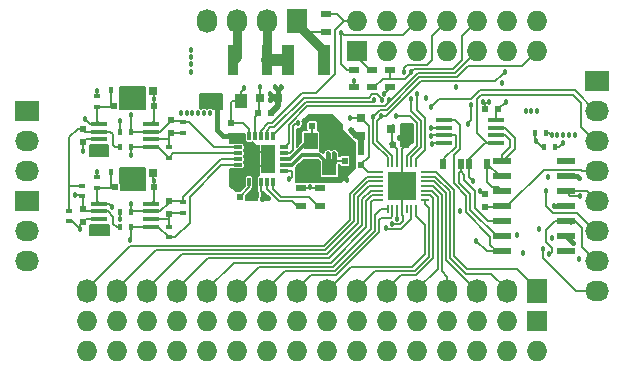
<source format=gtl>
G04 #@! TF.FileFunction,Copper,L1,Top,Signal*
%FSLAX46Y46*%
G04 Gerber Fmt 4.6, Leading zero omitted, Abs format (unit mm)*
G04 Created by KiCad (PCBNEW 4.0.1-stable) date Tuesday, February 09, 2016 'PMt' 10:51:17 PM*
%MOMM*%
G01*
G04 APERTURE LIST*
%ADD10C,0.100000*%
%ADD11R,0.500000X0.900000*%
%ADD12R,0.500000X0.600000*%
%ADD13R,1.727200X1.727200*%
%ADD14O,1.727200X1.727200*%
%ADD15R,1.727200X2.032000*%
%ADD16O,1.727200X2.032000*%
%ADD17R,1.450000X0.450000*%
%ADD18R,0.800000X0.200000*%
%ADD19R,0.200000X0.800000*%
%ADD20R,1.200000X1.200000*%
%ADD21R,0.730000X0.300000*%
%ADD22R,0.300000X0.730000*%
%ADD23R,1.250000X1.250000*%
%ADD24R,0.600000X0.500000*%
%ADD25R,1.200000X1.400000*%
%ADD26R,0.800000X0.750000*%
%ADD27R,0.750000X0.800000*%
%ADD28R,0.900000X2.500000*%
%ADD29R,0.900000X0.500000*%
%ADD30R,1.000000X2.500000*%
%ADD31R,1.000000X1.250000*%
%ADD32R,0.600000X0.400000*%
%ADD33R,0.400000X0.600000*%
%ADD34R,2.032000X1.727200*%
%ADD35O,2.032000X1.727200*%
%ADD36R,1.500000X0.600000*%
%ADD37C,0.457200*%
%ADD38C,0.200000*%
%ADD39C,0.508000*%
%ADD40C,0.457200*%
%ADD41C,0.762000*%
%ADD42C,1.016000*%
%ADD43C,0.304800*%
%ADD44C,0.127000*%
G04 APERTURE END LIST*
D10*
D11*
X206900000Y-83200000D03*
X205400000Y-83200000D03*
D12*
X197100000Y-82950000D03*
X197100000Y-81850000D03*
D13*
X213360000Y-96520000D03*
D14*
X213360000Y-99060000D03*
X210820000Y-96520000D03*
X210820000Y-99060000D03*
X208280000Y-96520000D03*
X208280000Y-99060000D03*
X205740000Y-96520000D03*
X205740000Y-99060000D03*
X203200000Y-96520000D03*
X203200000Y-99060000D03*
X200660000Y-96520000D03*
X200660000Y-99060000D03*
X198120000Y-96520000D03*
X198120000Y-99060000D03*
X195580000Y-96520000D03*
X195580000Y-99060000D03*
X193040000Y-96520000D03*
X193040000Y-99060000D03*
X190500000Y-96520000D03*
X190500000Y-99060000D03*
X187960000Y-96520000D03*
X187960000Y-99060000D03*
X185420000Y-96520000D03*
X185420000Y-99060000D03*
X182880000Y-96520000D03*
X182880000Y-99060000D03*
X180340000Y-96520000D03*
X180340000Y-99060000D03*
X177800000Y-96520000D03*
X177800000Y-99060000D03*
X175260000Y-96520000D03*
X175260000Y-99060000D03*
D15*
X213360000Y-93980000D03*
D16*
X210820000Y-93980000D03*
X208280000Y-93980000D03*
X205740000Y-93980000D03*
X203200000Y-93980000D03*
X200660000Y-93980000D03*
X198120000Y-93980000D03*
X195580000Y-93980000D03*
X193040000Y-93980000D03*
X190500000Y-93980000D03*
X187960000Y-93980000D03*
X185420000Y-93980000D03*
X182880000Y-93980000D03*
X180340000Y-93980000D03*
X177800000Y-93980000D03*
X175260000Y-93980000D03*
D15*
X193040000Y-71120000D03*
D16*
X190500000Y-71120000D03*
X187960000Y-71120000D03*
X185420000Y-71120000D03*
D13*
X198120000Y-73660000D03*
D14*
X198120000Y-71120000D03*
X200660000Y-73660000D03*
X200660000Y-71120000D03*
X203200000Y-73660000D03*
X203200000Y-71120000D03*
X205740000Y-73660000D03*
X205740000Y-71120000D03*
X208280000Y-73660000D03*
X208280000Y-71120000D03*
X210820000Y-73660000D03*
X210820000Y-71120000D03*
X213360000Y-73660000D03*
X213360000Y-71120000D03*
D17*
X176319102Y-79829258D03*
X176319102Y-80479258D03*
X176319102Y-81129258D03*
X176319102Y-81779258D03*
X180719102Y-81779258D03*
X180719102Y-81129258D03*
X180719102Y-80479258D03*
X180719102Y-79829258D03*
X176319102Y-86594258D03*
X176319102Y-87244258D03*
X176319102Y-87894258D03*
X176319102Y-88544258D03*
X180719102Y-88544258D03*
X180719102Y-87894258D03*
X180719102Y-87244258D03*
X180719102Y-86594258D03*
D18*
X199980000Y-83890000D03*
X199980000Y-84290000D03*
X199980000Y-84690000D03*
X199980000Y-85090000D03*
X199980000Y-85490000D03*
X199980000Y-85890000D03*
X199980000Y-86290000D03*
D19*
X200730000Y-87040000D03*
X201130000Y-87040000D03*
X201530000Y-87040000D03*
X201930000Y-87040000D03*
X202330000Y-87040000D03*
X202730000Y-87040000D03*
X203130000Y-87040000D03*
D18*
X203880000Y-86290000D03*
X203880000Y-85890000D03*
X203880000Y-85490000D03*
X203880000Y-85090000D03*
X203880000Y-84690000D03*
X203880000Y-84290000D03*
X203880000Y-83890000D03*
D19*
X203130000Y-83140000D03*
X202730000Y-83140000D03*
X202330000Y-83140000D03*
X201930000Y-83140000D03*
X201530000Y-83140000D03*
X201130000Y-83140000D03*
X200730000Y-83140000D03*
D20*
X202530000Y-85690000D03*
X202530000Y-84490000D03*
X201330000Y-85690000D03*
X201330000Y-84490000D03*
D21*
X188027000Y-81804000D03*
X188027000Y-82304000D03*
X188027000Y-82804000D03*
X188027000Y-83304000D03*
X188027000Y-83804000D03*
D22*
X188992000Y-84769000D03*
X189492000Y-84769000D03*
X189992000Y-84769000D03*
X190492000Y-84769000D03*
X190992000Y-84769000D03*
D21*
X191957000Y-83804000D03*
X191957000Y-83304000D03*
X191957000Y-82804000D03*
X191957000Y-82304000D03*
X191957000Y-81804000D03*
D22*
X190992000Y-80839000D03*
X190492000Y-80839000D03*
X189992000Y-80839000D03*
X189492000Y-80839000D03*
X188992000Y-80839000D03*
D23*
X190617000Y-83429000D03*
X190617000Y-82179000D03*
X189367000Y-83429000D03*
X189367000Y-82179000D03*
D24*
X180969102Y-78329258D03*
X179869102Y-78329258D03*
X180969102Y-85194258D03*
X179869102Y-85194258D03*
X177519102Y-78329258D03*
X178619102Y-78329258D03*
X177619102Y-85194258D03*
X178719102Y-85194258D03*
X189750000Y-78900000D03*
X190850000Y-78900000D03*
D12*
X187500000Y-79750000D03*
X187500000Y-80850000D03*
X198500000Y-83300000D03*
X198500000Y-82200000D03*
D24*
X201150000Y-81600000D03*
X202250000Y-81600000D03*
X188200000Y-86000000D03*
X189300000Y-86000000D03*
D25*
X195800000Y-83500000D03*
X195800000Y-81300000D03*
X194200000Y-83500000D03*
X194200000Y-81300000D03*
D26*
X180869102Y-77029258D03*
X179369102Y-77029258D03*
X180869102Y-83994258D03*
X179369102Y-83994258D03*
X189950000Y-77600000D03*
X191450000Y-77600000D03*
D27*
X198500000Y-79350000D03*
X198500000Y-80850000D03*
D26*
X201000000Y-80250000D03*
X202500000Y-80250000D03*
D24*
X194350000Y-80000000D03*
X195450000Y-80000000D03*
D28*
X187653000Y-74422000D03*
X190553000Y-74422000D03*
D29*
X200900000Y-76750000D03*
X200900000Y-75250000D03*
X195000000Y-85250000D03*
X195000000Y-86750000D03*
X193400000Y-85250000D03*
X193400000Y-86750000D03*
X199400000Y-76750000D03*
X199400000Y-75250000D03*
X197900000Y-76750000D03*
X197900000Y-75250000D03*
D30*
X195302000Y-74422000D03*
X192302000Y-74422000D03*
D31*
X188300000Y-77900000D03*
X186300000Y-77900000D03*
D12*
X182384102Y-80579258D03*
X182384102Y-79479258D03*
X182219102Y-87444258D03*
X182219102Y-86344258D03*
D32*
X176119102Y-77479258D03*
X176119102Y-78379258D03*
X176119102Y-84344258D03*
X176119102Y-85244258D03*
X182219102Y-81779258D03*
X182219102Y-82679258D03*
X183419102Y-80579258D03*
X183419102Y-79679258D03*
X182219102Y-88544258D03*
X182219102Y-89444258D03*
X183419102Y-87344258D03*
X183419102Y-86444258D03*
X173784102Y-87179258D03*
X173784102Y-88079258D03*
D33*
X178069102Y-80529258D03*
X178969102Y-80529258D03*
X178069102Y-87294258D03*
X178969102Y-87294258D03*
D32*
X174884102Y-85079258D03*
X174884102Y-85979258D03*
D33*
X177269102Y-76929258D03*
X178169102Y-76929258D03*
X177269102Y-83894258D03*
X178169102Y-83894258D03*
X178069102Y-81829258D03*
X178969102Y-81829258D03*
X178069102Y-88594258D03*
X178969102Y-88594258D03*
D34*
X170180000Y-78740000D03*
D35*
X170180000Y-81280000D03*
X170180000Y-83820000D03*
D34*
X170180000Y-86360000D03*
D35*
X170180000Y-88900000D03*
X170180000Y-91440000D03*
D29*
X195500000Y-70550000D03*
X195500000Y-72050000D03*
D12*
X174919102Y-81379258D03*
X174919102Y-80279258D03*
X174919102Y-88144258D03*
X174919102Y-87044258D03*
X209000000Y-86850000D03*
X209000000Y-85750000D03*
D11*
X209150000Y-83200000D03*
X207650000Y-83200000D03*
D33*
X214000000Y-81800000D03*
X214900000Y-81800000D03*
X214100000Y-80600000D03*
X213200000Y-80600000D03*
D17*
X205500000Y-79500000D03*
X205500000Y-80150000D03*
X205500000Y-80800000D03*
X205500000Y-81450000D03*
X209900000Y-81450000D03*
X209900000Y-80800000D03*
X209900000Y-80150000D03*
X209900000Y-79500000D03*
D36*
X215800000Y-90610000D03*
X215800000Y-89340000D03*
X215800000Y-88070000D03*
X215800000Y-86800000D03*
X215800000Y-85530000D03*
X215800000Y-84260000D03*
X215800000Y-82990000D03*
X210400000Y-82990000D03*
X210400000Y-84260000D03*
X210400000Y-85530000D03*
X210400000Y-86800000D03*
X210400000Y-88070000D03*
X210400000Y-89340000D03*
X210400000Y-90610000D03*
D34*
X218440000Y-76200000D03*
D35*
X218440000Y-78740000D03*
X218440000Y-81280000D03*
X218440000Y-83820000D03*
X218440000Y-86360000D03*
X218440000Y-88900000D03*
X218440000Y-91440000D03*
X218440000Y-93980000D03*
D24*
X210050000Y-78600000D03*
X208950000Y-78600000D03*
D37*
X214323770Y-84336508D03*
X211689924Y-89208449D03*
X183200000Y-78900000D03*
X183700000Y-78900000D03*
X184200000Y-78900000D03*
X185700000Y-78900000D03*
X185200000Y-78900000D03*
X184700000Y-78900000D03*
X176084102Y-77029258D03*
X180969102Y-77729258D03*
X176084102Y-83929258D03*
X180969102Y-84629258D03*
X210789730Y-77941000D03*
X201190245Y-80133945D03*
X214604623Y-89497147D03*
X215600000Y-81409603D03*
X210400000Y-76400000D03*
X188600000Y-76800000D03*
X174265112Y-85878990D03*
X179591421Y-84629720D03*
X179102578Y-84629716D03*
X178602750Y-84613240D03*
X208580457Y-85506477D03*
X201084309Y-88267230D03*
X184100000Y-75400000D03*
X184100000Y-74800000D03*
X184100000Y-74200000D03*
X184100000Y-73600000D03*
X178684102Y-77729258D03*
X179684102Y-77729258D03*
X179184102Y-77729258D03*
X175784102Y-82329258D03*
X176784102Y-82329258D03*
X176284102Y-82329258D03*
X175884102Y-89029258D03*
X176884102Y-89029258D03*
X176384102Y-89029258D03*
X188341000Y-81026000D03*
X188214000Y-84709000D03*
X187960000Y-84328000D03*
X188468000Y-84328000D03*
X185100000Y-77900000D03*
X185500000Y-78200000D03*
X185474594Y-77601626D03*
X209300000Y-77941000D03*
X208800000Y-77941000D03*
X204500000Y-81500000D03*
X212224845Y-90761475D03*
X213530763Y-88756007D03*
X216400000Y-89900000D03*
X216900084Y-91299804D03*
X215100000Y-80800000D03*
X215600000Y-80800000D03*
X216100000Y-80800000D03*
X216600000Y-80800000D03*
X214600000Y-80800000D03*
X216900000Y-84400000D03*
X214835893Y-86812109D03*
X201700000Y-81000000D03*
X202200000Y-81000000D03*
X202700000Y-81000000D03*
X179000000Y-79100000D03*
X179000000Y-86600000D03*
X197500000Y-79300000D03*
X197900000Y-76200000D03*
X200459511Y-77266883D03*
X204000000Y-77600000D03*
X189900000Y-76700000D03*
X197612000Y-80391000D03*
X194183000Y-85217000D03*
X206500000Y-76723494D03*
X196637979Y-81316579D03*
X196634483Y-84531914D03*
X197293354Y-84593023D03*
X196646116Y-81281018D03*
X190731002Y-77300000D03*
X190731002Y-77800000D03*
X191700000Y-76700000D03*
X191200000Y-76700000D03*
X190100000Y-86200000D03*
X190589684Y-86110316D03*
X190207091Y-85727724D03*
X212900000Y-78700000D03*
X213368990Y-78700000D03*
X212400000Y-78700000D03*
X193701658Y-79595638D03*
X193363644Y-83363645D03*
X193182599Y-81363601D03*
X193200000Y-83800000D03*
X193300000Y-84300000D03*
X193700000Y-84600000D03*
X194200000Y-84600000D03*
X194700000Y-84600000D03*
X195200000Y-84600000D03*
X195700000Y-84581002D03*
X196200000Y-84581002D03*
X197100000Y-83631002D03*
X197600000Y-83600000D03*
X197731002Y-83100000D03*
X197723604Y-82575280D03*
X197700000Y-82100000D03*
X197600000Y-81600000D03*
X193218998Y-80900000D03*
X193259221Y-80429611D03*
X193668998Y-80100000D03*
X194200000Y-79300000D03*
X194700000Y-79300000D03*
X195200000Y-79300000D03*
X195700000Y-79300000D03*
X196100000Y-79600000D03*
X196100000Y-80100000D03*
X196600000Y-80300000D03*
X196700000Y-80800000D03*
X195700000Y-82400000D03*
X196200000Y-82400000D03*
X204400000Y-78400000D03*
X204400059Y-80819839D03*
X206865271Y-87166572D03*
X207961990Y-84647512D03*
X179000000Y-82500000D03*
X178898648Y-89678586D03*
X202099845Y-75418600D03*
X202738509Y-77738509D03*
X202709873Y-75409873D03*
X203219519Y-77288509D03*
X200818746Y-77799273D03*
X201422234Y-79171925D03*
X196781010Y-72100000D03*
X192400000Y-84500000D03*
X210623276Y-75440374D03*
X200209603Y-77822905D03*
X200200000Y-79200000D03*
X199600000Y-77822905D03*
X199487983Y-79215349D03*
X193125494Y-79794761D03*
X207500000Y-79800000D03*
X207798990Y-78200000D03*
X178100000Y-87913256D03*
X174700000Y-88700000D03*
X200600000Y-88670414D03*
X201560499Y-87854572D03*
X174900000Y-82100000D03*
X178100000Y-79600000D03*
X175100000Y-79400000D03*
X177400000Y-86841010D03*
X214411237Y-90878368D03*
X217011002Y-85900000D03*
X213844355Y-90459708D03*
X213312913Y-81287087D03*
X214100000Y-85500000D03*
X204391848Y-80194286D03*
X208224595Y-89727643D03*
D38*
X176119102Y-77479258D02*
X176119102Y-77064258D01*
X176119102Y-77064258D02*
X176084102Y-77029258D01*
X180969102Y-77729258D02*
X180969102Y-77129258D01*
X180969102Y-78329258D02*
X180969102Y-77729258D01*
X180969102Y-77129258D02*
X180869102Y-77029258D01*
X180969102Y-78329258D02*
X180969102Y-79579258D01*
X180969102Y-79579258D02*
X180719102Y-79829258D01*
X176119102Y-84344258D02*
X176119102Y-83964258D01*
X176119102Y-83964258D02*
X176084102Y-83929258D01*
X180969102Y-85194258D02*
X180969102Y-84629258D01*
X180869102Y-83994258D02*
X180869102Y-84529258D01*
X180869102Y-84529258D02*
X180969102Y-84629258D01*
X180969102Y-85194258D02*
X180969102Y-86344258D01*
X180969102Y-86344258D02*
X180719102Y-86594258D01*
X187500000Y-79750000D02*
X187500000Y-78000000D01*
X187500000Y-78000000D02*
X187600000Y-77900000D01*
X187600000Y-77900000D02*
X188300000Y-77900000D01*
X188992000Y-80839000D02*
X188992000Y-80274000D01*
X188992000Y-80274000D02*
X188468000Y-79750000D01*
X188468000Y-79750000D02*
X187950000Y-79750000D01*
X187950000Y-79750000D02*
X187500000Y-79750000D01*
X210050000Y-78600000D02*
X210100000Y-78600000D01*
X210759000Y-77941000D02*
X210789730Y-77941000D01*
X210100000Y-78600000D02*
X210759000Y-77941000D01*
X209900000Y-79500000D02*
X209900000Y-78750000D01*
X209900000Y-78750000D02*
X210050000Y-78600000D01*
X201116055Y-80133945D02*
X201190245Y-80133945D01*
X201000000Y-80250000D02*
X201116055Y-80133945D01*
X214900000Y-81800000D02*
X215209603Y-81800000D01*
X215209603Y-81800000D02*
X215600000Y-81409603D01*
X201150000Y-81600000D02*
X201062947Y-81512947D01*
X201062947Y-81512947D02*
X201062947Y-80312947D01*
X201062947Y-80312947D02*
X201000000Y-80250000D01*
X201530000Y-83140000D02*
X201530000Y-81980000D01*
X201530000Y-81980000D02*
X201150000Y-81600000D01*
D39*
X201141730Y-81573906D02*
X201136574Y-81568750D01*
D38*
X201200000Y-80450000D02*
X201000000Y-80250000D01*
X188300000Y-77900000D02*
X188300000Y-77100000D01*
X188300000Y-77100000D02*
X188600000Y-76800000D01*
X188550000Y-78150000D02*
X188300000Y-77900000D01*
X174265112Y-85878990D02*
X174783834Y-85878990D01*
X179429564Y-84629720D02*
X179591421Y-84629720D01*
X179369102Y-84569258D02*
X179429564Y-84629720D01*
X179369102Y-83994258D02*
X179369102Y-84569258D01*
X179102578Y-84629716D02*
X179591417Y-84629716D01*
X179591417Y-84629716D02*
X179591421Y-84629720D01*
X179086102Y-84613240D02*
X179102578Y-84629716D01*
X178602750Y-84613240D02*
X179086102Y-84613240D01*
X208809056Y-85735076D02*
X208580457Y-85506477D01*
X208823980Y-85750000D02*
X208809056Y-85735076D01*
X209000000Y-85750000D02*
X208823980Y-85750000D01*
X174919102Y-87044258D02*
X174919102Y-86014258D01*
X174919102Y-86014258D02*
X174884102Y-85979258D01*
X174783834Y-85878990D02*
X174884102Y-85979258D01*
X201930000Y-87040000D02*
X201930000Y-87512191D01*
X201930000Y-87512191D02*
X202041500Y-87623691D01*
X202041500Y-88085453D02*
X201791380Y-88335573D01*
X201791380Y-88335573D02*
X201152652Y-88335573D01*
X202041500Y-87623691D02*
X202041500Y-88085453D01*
X201152652Y-88335573D02*
X201084309Y-88267230D01*
D40*
X186792800Y-80850000D02*
X187500000Y-80850000D01*
X186309601Y-77909601D02*
X186309601Y-80366801D01*
X186300000Y-77900000D02*
X186309601Y-77909601D01*
X186309601Y-80366801D02*
X186792800Y-80850000D01*
D38*
X179184102Y-77729258D02*
X178684102Y-77729258D01*
X179184102Y-77729258D02*
X179684102Y-77729258D01*
X179369102Y-77029258D02*
X179369102Y-77544258D01*
X179369102Y-77544258D02*
X179184102Y-77729258D01*
X176284102Y-82329258D02*
X175784102Y-82329258D01*
X176284102Y-82329258D02*
X176784102Y-82329258D01*
X176319102Y-81779258D02*
X176319102Y-82294258D01*
X176319102Y-82294258D02*
X176284102Y-82329258D01*
X176384102Y-89029258D02*
X175884102Y-89029258D01*
X176384102Y-89029258D02*
X176884102Y-89029258D01*
X176319102Y-88544258D02*
X176319102Y-88964258D01*
X176319102Y-88964258D02*
X176384102Y-89029258D01*
X174919102Y-87044258D02*
X175119102Y-87244258D01*
X175119102Y-87244258D02*
X176319102Y-87244258D01*
X176319102Y-87244258D02*
X177073424Y-87244258D01*
X177513947Y-87684781D02*
X177513947Y-88279074D01*
X177073424Y-87244258D02*
X177513947Y-87684781D01*
X177513947Y-88279074D02*
X177829131Y-88594258D01*
X177829131Y-88594258D02*
X178069102Y-88594258D01*
X178019102Y-88544258D02*
X178069102Y-88594258D01*
D40*
X187500000Y-80850000D02*
X187674428Y-81024428D01*
X187674428Y-81024428D02*
X188339428Y-81024428D01*
X188339428Y-81024428D02*
X188341000Y-81026000D01*
D38*
X187960000Y-84328000D02*
X187960000Y-84455000D01*
X187960000Y-84455000D02*
X188214000Y-84709000D01*
X188027000Y-83804000D02*
X188027000Y-84261000D01*
X188027000Y-84261000D02*
X187960000Y-84328000D01*
X188027000Y-83804000D02*
X188027000Y-83887000D01*
X188027000Y-83887000D02*
X188468000Y-84328000D01*
X190617000Y-83429000D02*
X190617000Y-82179000D01*
X190617000Y-82179000D02*
X189367000Y-82179000D01*
X190617000Y-83429000D02*
X189367000Y-83429000D01*
D40*
X186300000Y-77900000D02*
X186300000Y-77920194D01*
X185100000Y-77900000D02*
X186300000Y-77900000D01*
X185474594Y-77601626D02*
X185398374Y-77601626D01*
X185398374Y-77601626D02*
X185100000Y-77900000D01*
X185500000Y-78200000D02*
X185400000Y-78200000D01*
X185400000Y-78200000D02*
X185100000Y-77900000D01*
X186300000Y-77900000D02*
X185800000Y-77900000D01*
X185800000Y-77900000D02*
X185500000Y-78200000D01*
X186300000Y-77900000D02*
X185772968Y-77900000D01*
X185772968Y-77900000D02*
X185474594Y-77601626D01*
D38*
X208950000Y-78600000D02*
X208950000Y-78150000D01*
X208950000Y-78600000D02*
X208950000Y-78091000D01*
X208950000Y-78091000D02*
X208800000Y-77941000D01*
X208950000Y-78150000D02*
X209159000Y-77941000D01*
X209159000Y-77941000D02*
X209300000Y-77941000D01*
X205500000Y-81450000D02*
X204550000Y-81450000D01*
X204550000Y-81450000D02*
X204500000Y-81500000D01*
X214100000Y-80600000D02*
X214400000Y-80600000D01*
X214400000Y-80600000D02*
X214600000Y-80800000D01*
D40*
X215800000Y-89340000D02*
X215840000Y-89340000D01*
X215840000Y-89340000D02*
X216400000Y-89900000D01*
X215800000Y-84260000D02*
X216760000Y-84260000D01*
X216760000Y-84260000D02*
X216900000Y-84400000D01*
X215159182Y-86812109D02*
X214835893Y-86812109D01*
X215787891Y-86812109D02*
X215159182Y-86812109D01*
X215800000Y-86800000D02*
X215787891Y-86812109D01*
X215800000Y-84260000D02*
X215350000Y-84260000D01*
X215800000Y-89340000D02*
X215561112Y-89340000D01*
D38*
X202700000Y-81000000D02*
X202700000Y-80450000D01*
X202700000Y-80450000D02*
X202500000Y-80250000D01*
X202200000Y-81000000D02*
X202200000Y-80550000D01*
X202200000Y-80550000D02*
X202500000Y-80250000D01*
X201700000Y-81000000D02*
X201750000Y-81000000D01*
X201750000Y-81000000D02*
X202500000Y-80250000D01*
X202250000Y-81600000D02*
X202250000Y-81550000D01*
X202250000Y-81550000D02*
X201700000Y-81000000D01*
X202250000Y-81600000D02*
X202250000Y-81050000D01*
X202250000Y-81050000D02*
X202200000Y-81000000D01*
X202200000Y-81000000D02*
X201700000Y-81000000D01*
X202700000Y-81000000D02*
X202200000Y-81000000D01*
X202250000Y-81600000D02*
X202250000Y-81450000D01*
X202250000Y-81450000D02*
X202700000Y-81000000D01*
X201930000Y-83140000D02*
X201930000Y-83890000D01*
X201930000Y-83890000D02*
X201330000Y-84490000D01*
X201930000Y-87040000D02*
X201930000Y-86290000D01*
X201930000Y-86290000D02*
X201330000Y-85690000D01*
D41*
X187960000Y-71120000D02*
X187960000Y-74190232D01*
X187960000Y-74190232D02*
X187706029Y-74444203D01*
D38*
X187960000Y-74115000D02*
X187653000Y-74422000D01*
X201930000Y-83140000D02*
X201930000Y-81920000D01*
X201930000Y-81920000D02*
X202250000Y-81600000D01*
X202300000Y-80450000D02*
X202500000Y-80250000D01*
X189300000Y-86000000D02*
X189492000Y-85808000D01*
X189492000Y-85808000D02*
X189492000Y-84769000D01*
X183419102Y-80579258D02*
X182319102Y-80579258D01*
X182319102Y-80579258D02*
X182219102Y-80679258D01*
X182219102Y-80679258D02*
X182219102Y-81129258D01*
X182219102Y-81129258D02*
X182219102Y-81779258D01*
X180719102Y-81129258D02*
X182219102Y-81129258D01*
X178969102Y-80529258D02*
X178969102Y-79130898D01*
X178969102Y-79130898D02*
X179000000Y-79100000D01*
X183419102Y-79679258D02*
X183919102Y-79679258D01*
X183919102Y-79679258D02*
X186043844Y-81804000D01*
X186043844Y-81804000D02*
X187462000Y-81804000D01*
X187462000Y-81804000D02*
X188027000Y-81804000D01*
X183519102Y-79679258D02*
X183419102Y-79679258D01*
X180719102Y-80479258D02*
X181473734Y-80479258D01*
X181473734Y-80479258D02*
X182377332Y-79575660D01*
X182377332Y-79575660D02*
X182380930Y-79579258D01*
X182380930Y-79579258D02*
X183319102Y-79579258D01*
X183319102Y-79579258D02*
X183419102Y-79679258D01*
X180719102Y-80479258D02*
X179019102Y-80479258D01*
X179019102Y-80479258D02*
X178969102Y-80529258D01*
X183419102Y-87344258D02*
X182319102Y-87344258D01*
X180719102Y-87894258D02*
X182184102Y-87894258D01*
X182184102Y-87894258D02*
X182219102Y-87929258D01*
X182219102Y-88544258D02*
X182219102Y-87929258D01*
X182219102Y-87929258D02*
X182219102Y-87444258D01*
X182319102Y-87344258D02*
X182219102Y-87444258D01*
X178969102Y-87294258D02*
X178969102Y-86630898D01*
X178969102Y-86630898D02*
X179000000Y-86600000D01*
X183419102Y-86444258D02*
X183419102Y-86044258D01*
X187462000Y-82804000D02*
X188027000Y-82804000D01*
X183419102Y-86044258D02*
X186659360Y-82804000D01*
X186659360Y-82804000D02*
X187462000Y-82804000D01*
X183519102Y-86444258D02*
X183419102Y-86444258D01*
X180719102Y-87244258D02*
X181473424Y-87244258D01*
X181473424Y-87244258D02*
X182219102Y-86498580D01*
X182219102Y-86498580D02*
X182219102Y-86394258D01*
X182219102Y-86394258D02*
X182219102Y-86344258D01*
X180719102Y-87244258D02*
X179019102Y-87244258D01*
X179019102Y-87244258D02*
X178969102Y-87294258D01*
X182219102Y-86344258D02*
X183319102Y-86344258D01*
X183319102Y-86344258D02*
X183419102Y-86444258D01*
X200900000Y-76750000D02*
X200900000Y-76826394D01*
X200900000Y-76826394D02*
X200459511Y-77266883D01*
X198500000Y-79350000D02*
X198500000Y-79375000D01*
X198500000Y-79375000D02*
X199127401Y-80002401D01*
X199127401Y-80002401D02*
X199127401Y-82622599D01*
X199127401Y-82622599D02*
X198500000Y-83250000D01*
X198500000Y-83250000D02*
X198500000Y-83300000D01*
X197500000Y-79300000D02*
X198450000Y-79300000D01*
X198450000Y-79300000D02*
X198500000Y-79350000D01*
X197550000Y-79350000D02*
X197500000Y-79300000D01*
X197900000Y-76750000D02*
X197900000Y-76200000D01*
X195500000Y-72050000D02*
X193970000Y-72050000D01*
X193970000Y-72050000D02*
X193040000Y-71120000D01*
X198500000Y-83300000D02*
X198500000Y-83204322D01*
X195302000Y-74422000D02*
X195302000Y-73672000D01*
D41*
X195302000Y-73672000D02*
X193040000Y-71410000D01*
D38*
X193040000Y-71410000D02*
X193040000Y-71120000D01*
X189850000Y-78900000D02*
X189850000Y-77700000D01*
X199980000Y-83890000D02*
X199090000Y-83890000D01*
X199090000Y-83890000D02*
X198500000Y-83300000D01*
X189950000Y-77600000D02*
X189950000Y-76750000D01*
X189950000Y-76750000D02*
X189900000Y-76700000D01*
X189850000Y-77700000D02*
X189950000Y-77600000D01*
X189492000Y-80839000D02*
X189492000Y-79258000D01*
X189492000Y-79258000D02*
X189850000Y-78900000D01*
D39*
X198500000Y-80850000D02*
X198071000Y-80850000D01*
X198071000Y-80850000D02*
X197612000Y-80391000D01*
D38*
X195000000Y-85250000D02*
X194216000Y-85250000D01*
X194216000Y-85250000D02*
X194183000Y-85217000D01*
X193400000Y-85250000D02*
X194150000Y-85250000D01*
X194150000Y-85250000D02*
X194183000Y-85217000D01*
X197316579Y-81316579D02*
X196961268Y-81316579D01*
X196646116Y-81308442D02*
X196646116Y-81281018D01*
X196637979Y-81316579D02*
X196646116Y-81308442D01*
X196700000Y-81227134D02*
X196646116Y-81281018D01*
X196200000Y-84581002D02*
X196585395Y-84581002D01*
X196695592Y-84593023D02*
X196634483Y-84531914D01*
X197100000Y-84399669D02*
X197293354Y-84593023D01*
X197100000Y-83631002D02*
X197100000Y-84399669D01*
X196627134Y-81300000D02*
X196646116Y-81281018D01*
X197600000Y-81600000D02*
X197316579Y-81316579D01*
X197293354Y-84593023D02*
X196695592Y-84593023D01*
X196961268Y-81316579D02*
X196637979Y-81316579D01*
X195800000Y-81300000D02*
X196627134Y-81300000D01*
X196700000Y-80800000D02*
X196700000Y-81227134D01*
X196585395Y-84581002D02*
X196634483Y-84531914D01*
X199400000Y-75250000D02*
X199200000Y-75250000D01*
X198120000Y-74170000D02*
X198120000Y-73660000D01*
X199200000Y-75250000D02*
X198120000Y-74170000D01*
D39*
X198493589Y-82193589D02*
X198493589Y-80856411D01*
X198500000Y-82200000D02*
X198493589Y-82193589D01*
X198493589Y-80856411D02*
X198500000Y-80850000D01*
D38*
X191450000Y-77600000D02*
X191031002Y-77600000D01*
D40*
X191031002Y-77600000D02*
X190731002Y-77300000D01*
X191450000Y-77600000D02*
X190931002Y-77600000D01*
X190931002Y-77600000D02*
X190731002Y-77800000D01*
X191450000Y-76950000D02*
X191700000Y-76700000D01*
X191450000Y-77600000D02*
X191450000Y-76950000D01*
X191450000Y-76950000D02*
X191200000Y-76700000D01*
D39*
X191450000Y-77600000D02*
X191450000Y-78300000D01*
X191450000Y-78300000D02*
X190850000Y-78900000D01*
D40*
X190589684Y-86110316D02*
X190189684Y-86110316D01*
X190189684Y-86110316D02*
X190100000Y-86200000D01*
X190207091Y-85727724D02*
X190207091Y-86092909D01*
D38*
X190207091Y-86092909D02*
X190100000Y-86200000D01*
X190207091Y-85727724D02*
X190207092Y-85727724D01*
D40*
X190207092Y-85727724D02*
X190589684Y-86110316D01*
D38*
X189992000Y-84769000D02*
X189992000Y-85512633D01*
X189992000Y-85512633D02*
X190207091Y-85727724D01*
D42*
X192302000Y-74422000D02*
X190553000Y-74422000D01*
D41*
X190500000Y-71120000D02*
X190500000Y-74369000D01*
D38*
X190500000Y-74369000D02*
X190553000Y-74422000D01*
X193876711Y-79300000D02*
X193701658Y-79475053D01*
X194200000Y-79300000D02*
X193876711Y-79300000D01*
X193668998Y-79628298D02*
X193701658Y-79595638D01*
X193668998Y-80100000D02*
X193668998Y-79628298D01*
X193701658Y-79475053D02*
X193701658Y-79595638D01*
X193218998Y-80900000D02*
X193218998Y-81327202D01*
X193313066Y-83363645D02*
X193363644Y-83363645D01*
X193200000Y-83800000D02*
X193200000Y-83476711D01*
X193218998Y-81327202D02*
X193182599Y-81363601D01*
X193200000Y-83476711D02*
X193313066Y-83363645D01*
X193300000Y-84300000D02*
X193300000Y-83900000D01*
X193300000Y-83900000D02*
X193200000Y-83800000D01*
X193700000Y-84600000D02*
X193600000Y-84600000D01*
X193600000Y-84600000D02*
X193300000Y-84300000D01*
X194200000Y-84600000D02*
X193700000Y-84600000D01*
X194700000Y-84600000D02*
X194200000Y-84600000D01*
X195200000Y-84600000D02*
X194700000Y-84600000D01*
X195700000Y-84581002D02*
X195218998Y-84581002D01*
X195218998Y-84581002D02*
X195200000Y-84600000D01*
X196200000Y-84581002D02*
X195700000Y-84581002D01*
X197600000Y-83600000D02*
X197131002Y-83600000D01*
X197131002Y-83600000D02*
X197100000Y-83631002D01*
X197731002Y-83100000D02*
X197731002Y-83468998D01*
X197731002Y-83468998D02*
X197600000Y-83600000D01*
X197723604Y-82575280D02*
X197723604Y-83092602D01*
X197723604Y-83092602D02*
X197731002Y-83100000D01*
X197700000Y-82100000D02*
X197700000Y-82551676D01*
X197700000Y-82551676D02*
X197723604Y-82575280D01*
X197600000Y-81600000D02*
X197600000Y-82000000D01*
X197600000Y-82000000D02*
X197700000Y-82100000D01*
X193259221Y-80429611D02*
X193259221Y-80859777D01*
X193259221Y-80859777D02*
X193218998Y-80900000D01*
X193668998Y-80100000D02*
X193588832Y-80100000D01*
X193588832Y-80100000D02*
X193259221Y-80429611D01*
X194700000Y-79300000D02*
X194200000Y-79300000D01*
X195200000Y-79300000D02*
X194700000Y-79300000D01*
X195700000Y-79300000D02*
X195200000Y-79300000D01*
X196100000Y-79600000D02*
X196000000Y-79600000D01*
X196000000Y-79600000D02*
X195700000Y-79300000D01*
X196100000Y-80100000D02*
X196100000Y-79600000D01*
X196600000Y-80300000D02*
X196300000Y-80300000D01*
X196300000Y-80300000D02*
X196100000Y-80100000D01*
X196700000Y-80800000D02*
X196700000Y-80400000D01*
X196700000Y-80400000D02*
X196600000Y-80300000D01*
X188992000Y-84769000D02*
X188992000Y-85208000D01*
X188992000Y-85208000D02*
X188200000Y-86000000D01*
D43*
X192652742Y-83294420D02*
X191966580Y-83294420D01*
X193451963Y-82495199D02*
X192652742Y-83294420D01*
X194949521Y-82495199D02*
X193451963Y-82495199D01*
X195601909Y-83147587D02*
X194949521Y-82495199D01*
D40*
X195700000Y-82400000D02*
X195700000Y-83400000D01*
D38*
X195700000Y-83400000D02*
X195800000Y-83500000D01*
D40*
X196200000Y-82400000D02*
X196200000Y-83100000D01*
D38*
X196200000Y-83100000D02*
X195800000Y-83500000D01*
X197100000Y-82950000D02*
X196350000Y-82950000D01*
X196350000Y-82950000D02*
X195800000Y-83500000D01*
X195800000Y-83500000D02*
X195601909Y-83301909D01*
X195601909Y-83301909D02*
X195601909Y-83147587D01*
X191966580Y-83294420D02*
X191957000Y-83304000D01*
D43*
X192496570Y-82804000D02*
X194000570Y-81300000D01*
X191957000Y-82804000D02*
X192496570Y-82804000D01*
X194000570Y-81300000D02*
X194066839Y-81300000D01*
D38*
X194066839Y-81300000D02*
X194200000Y-81300000D01*
X194350000Y-80000000D02*
X194350000Y-81150000D01*
X194350000Y-81150000D02*
X194200000Y-81300000D01*
X206359328Y-91034816D02*
X206359328Y-85408209D01*
X206359328Y-85408209D02*
X204841119Y-83890000D01*
X211662975Y-92130575D02*
X207455087Y-92130575D01*
X207455087Y-92130575D02*
X206359328Y-91034816D01*
X213360000Y-93980000D02*
X213360000Y-93827600D01*
X204841119Y-83890000D02*
X204480000Y-83890000D01*
X204480000Y-83890000D02*
X203880000Y-83890000D01*
X213360000Y-93827600D02*
X211662975Y-92130575D01*
X206006917Y-85554182D02*
X206006917Y-91180789D01*
X204742735Y-84290000D02*
X206006917Y-85554182D01*
X203880000Y-84290000D02*
X204742735Y-84290000D01*
X207351342Y-92525214D02*
X209517614Y-92525214D01*
X209517614Y-92525214D02*
X210820000Y-93827600D01*
X210820000Y-93827600D02*
X210820000Y-93980000D01*
X206006917Y-91180789D02*
X207351342Y-92525214D01*
X205654506Y-85700155D02*
X204644351Y-84690000D01*
X205654506Y-91354506D02*
X205654506Y-85700155D01*
X204644351Y-84690000D02*
X204480000Y-84690000D01*
X208280000Y-93980000D02*
X205654506Y-91354506D01*
X204480000Y-84690000D02*
X203880000Y-84690000D01*
X205740000Y-92764000D02*
X205740000Y-93980000D01*
X205302095Y-92326095D02*
X205740000Y-92764000D01*
X205302095Y-85846128D02*
X205302095Y-92326095D01*
X203880000Y-85090000D02*
X204545967Y-85090000D01*
X204545967Y-85090000D02*
X205302095Y-85846128D01*
X204447583Y-85490000D02*
X203880000Y-85490000D01*
X204949684Y-85992101D02*
X204447583Y-85490000D01*
X203200000Y-93827600D02*
X204949684Y-92077916D01*
X204949684Y-92077916D02*
X204949684Y-85992101D01*
X203200000Y-93980000D02*
X203200000Y-93827600D01*
X204597273Y-86138074D02*
X204349199Y-85890000D01*
X204597273Y-91213604D02*
X204597273Y-86138074D01*
X201832083Y-92655517D02*
X203155360Y-92655517D01*
X200660000Y-93827600D02*
X201832083Y-92655517D01*
X203155360Y-92655517D02*
X204597273Y-91213604D01*
X200660000Y-93980000D02*
X200660000Y-93827600D01*
X204349199Y-85890000D02*
X203880000Y-85890000D01*
X198120000Y-93827600D02*
X198120000Y-93980000D01*
X199644494Y-92303106D02*
X198120000Y-93827600D01*
X204244862Y-86954862D02*
X204244862Y-91067631D01*
X203880000Y-86590000D02*
X204244862Y-86954862D01*
X203880000Y-86290000D02*
X203880000Y-86590000D01*
X203009387Y-92303106D02*
X199644494Y-92303106D01*
X204244862Y-91067631D02*
X203009387Y-92303106D01*
X195580000Y-93980000D02*
X197609305Y-91950695D01*
X197609305Y-91950695D02*
X202829742Y-91950695D01*
X202829742Y-91950695D02*
X203889823Y-90890614D01*
X203889823Y-90890614D02*
X203889823Y-88399823D01*
X203889823Y-88399823D02*
X203130000Y-87640000D01*
X203130000Y-87640000D02*
X203130000Y-87040000D01*
X193040000Y-93980000D02*
X193040000Y-93827600D01*
X193040000Y-93827600D02*
X194233505Y-92634095D01*
X194233505Y-92634095D02*
X196372001Y-92634095D01*
X196372001Y-92634095D02*
X200002992Y-89003104D01*
X201130000Y-87640000D02*
X201130000Y-87040000D01*
X200002992Y-89003104D02*
X200002992Y-87997008D01*
X200002992Y-87997008D02*
X200200000Y-87800000D01*
X200200000Y-87800000D02*
X200970000Y-87800000D01*
X200970000Y-87800000D02*
X201130000Y-87640000D01*
X200730000Y-87040000D02*
X200182963Y-87040000D01*
X200182963Y-87040000D02*
X199643686Y-87579277D01*
X199643686Y-87579277D02*
X199643686Y-88864026D01*
X192054494Y-92273106D02*
X190500000Y-93827600D01*
X199643686Y-88864026D02*
X196234606Y-92273106D01*
X196234606Y-92273106D02*
X192054494Y-92273106D01*
X190500000Y-93827600D02*
X190500000Y-93980000D01*
X199477081Y-86290000D02*
X199980000Y-86290000D01*
X199288582Y-86478499D02*
X199477081Y-86290000D01*
X187960000Y-93980000D02*
X187960000Y-93827600D01*
X187960000Y-93827600D02*
X189866905Y-91920695D01*
X189866905Y-91920695D02*
X196080803Y-91920695D01*
X196080803Y-91920695D02*
X199288582Y-88712916D01*
X199288582Y-88712916D02*
X199288582Y-86478499D01*
X199980000Y-85890000D02*
X199378697Y-85890000D01*
X195895678Y-91568284D02*
X187679316Y-91568284D01*
X185420000Y-93827600D02*
X185420000Y-93980000D01*
X199378697Y-85890000D02*
X198936171Y-86332526D01*
X198936171Y-88527791D02*
X195895678Y-91568284D01*
X198936171Y-86332526D02*
X198936171Y-88527791D01*
X187679316Y-91568284D02*
X185420000Y-93827600D01*
X182880000Y-93980000D02*
X182880000Y-93827600D01*
X199380000Y-85490000D02*
X199980000Y-85490000D01*
X199280313Y-85490000D02*
X199380000Y-85490000D01*
X185491727Y-91215873D02*
X195749705Y-91215873D01*
X182880000Y-93827600D02*
X185491727Y-91215873D01*
X198583760Y-88381818D02*
X198583760Y-86186553D01*
X198583760Y-86186553D02*
X199280313Y-85490000D01*
X195749705Y-91215873D02*
X198583760Y-88381818D01*
X183304138Y-90863462D02*
X180340000Y-93827600D01*
X195603732Y-90863462D02*
X183304138Y-90863462D01*
X198231349Y-88235845D02*
X195603732Y-90863462D01*
X198231349Y-86040580D02*
X198231349Y-88235845D01*
X199980000Y-85090000D02*
X199181929Y-85090000D01*
X180340000Y-93827600D02*
X180340000Y-93980000D01*
X199181929Y-85090000D02*
X198231349Y-86040580D01*
X177800000Y-93827600D02*
X181116549Y-90511051D01*
X197878938Y-85894607D02*
X199083545Y-84690000D01*
X195457759Y-90511051D02*
X197878938Y-88089872D01*
X177800000Y-93980000D02*
X177800000Y-93827600D01*
X199380000Y-84690000D02*
X199980000Y-84690000D01*
X199083545Y-84690000D02*
X199380000Y-84690000D01*
X181116549Y-90511051D02*
X195457759Y-90511051D01*
X197878938Y-88089872D02*
X197878938Y-85894607D01*
X175260000Y-93827600D02*
X175260000Y-93980000D01*
X197526527Y-85748634D02*
X197526527Y-87943899D01*
X178928960Y-90158640D02*
X175260000Y-93827600D01*
X198985161Y-84290000D02*
X197526527Y-85748634D01*
X195311786Y-90158640D02*
X178928960Y-90158640D01*
X199980000Y-84290000D02*
X198985161Y-84290000D01*
X197526527Y-87943899D02*
X195311786Y-90158640D01*
X208530736Y-77000000D02*
X216560281Y-77000000D01*
X216560281Y-77000000D02*
X218300281Y-78740000D01*
X218300281Y-78740000D02*
X218440000Y-78740000D01*
X204400000Y-78400000D02*
X205081001Y-77718999D01*
X205081001Y-77718999D02*
X207811737Y-77718999D01*
X207811737Y-77718999D02*
X208530736Y-77000000D01*
X205523566Y-82973566D02*
X205523566Y-82733426D01*
X205523566Y-82733426D02*
X206477401Y-81779591D01*
X206477401Y-81779591D02*
X206477401Y-80852401D01*
X206477401Y-80852401D02*
X206425000Y-80800000D01*
X206425000Y-80800000D02*
X205500000Y-80800000D01*
X204419898Y-80800000D02*
X204400059Y-80819839D01*
X205500000Y-80800000D02*
X204419898Y-80800000D01*
X207650000Y-83200000D02*
X207650000Y-82775000D01*
X207650000Y-82775000D02*
X208975000Y-81450000D01*
X208975000Y-81450000D02*
X209900000Y-81450000D01*
X207650000Y-83200000D02*
X207650000Y-84335522D01*
X207650000Y-84335522D02*
X207961990Y-84647512D01*
X209900000Y-81450000D02*
X209205332Y-81450000D01*
X209900000Y-81450000D02*
X209145678Y-81450000D01*
X209145678Y-81450000D02*
X208318999Y-80623321D01*
X208656305Y-77372813D02*
X216434712Y-77372813D01*
X208318999Y-80623321D02*
X208318999Y-77710119D01*
X208318999Y-77710119D02*
X208656305Y-77372813D01*
X217100000Y-80092400D02*
X218287600Y-81280000D01*
X216434712Y-77372813D02*
X217100000Y-78038101D01*
X217100000Y-78038101D02*
X217100000Y-80092400D01*
X218287600Y-81280000D02*
X218440000Y-81280000D01*
X178969102Y-81829258D02*
X178969102Y-82469102D01*
X178969102Y-82469102D02*
X179000000Y-82500000D01*
X188027000Y-82304000D02*
X182594360Y-82304000D01*
X182594360Y-82304000D02*
X182219102Y-82679258D01*
X182219102Y-82679258D02*
X182319102Y-82679258D01*
X180719102Y-81779258D02*
X181319102Y-81779258D01*
X181902381Y-82362537D02*
X182219102Y-82679258D01*
X181319102Y-81779258D02*
X181902381Y-82362537D01*
X180719102Y-81779258D02*
X179019102Y-81779258D01*
X179019102Y-81779258D02*
X178969102Y-81829258D01*
X178969102Y-88594258D02*
X178969102Y-89608132D01*
X178969102Y-89608132D02*
X178898648Y-89678586D01*
X183971503Y-88228497D02*
X182755742Y-89444258D01*
X182755742Y-89444258D02*
X182219102Y-89444258D01*
X186657742Y-83304000D02*
X183971503Y-85990239D01*
X183971503Y-85990239D02*
X183971503Y-88228497D01*
X188027000Y-83304000D02*
X186657742Y-83304000D01*
X182219102Y-89449456D02*
X182219102Y-89444258D01*
X180719102Y-88544258D02*
X179019102Y-88544258D01*
X179019102Y-88544258D02*
X178969102Y-88594258D01*
X180719102Y-88544258D02*
X181319102Y-88544258D01*
X181319102Y-88544258D02*
X182219102Y-89444258D01*
X203558437Y-81809945D02*
X203558437Y-79580733D01*
X202738509Y-78061798D02*
X202738509Y-77738509D01*
X202730000Y-82638382D02*
X203558437Y-81809945D01*
X202738509Y-78760805D02*
X202738509Y-78061798D01*
X202730000Y-83140000D02*
X202730000Y-82638382D01*
X203558437Y-79580733D02*
X202738509Y-78760805D01*
X202371923Y-74823233D02*
X202099845Y-75095311D01*
X204076767Y-74823233D02*
X202371923Y-74823233D01*
X204500000Y-74400000D02*
X204076767Y-74823233D01*
X205740000Y-71120000D02*
X204500000Y-72360000D01*
X202099845Y-75095311D02*
X202099845Y-75418600D01*
X204500000Y-72360000D02*
X204500000Y-74400000D01*
X203219519Y-77611798D02*
X203219519Y-77288509D01*
X203910847Y-79310847D02*
X203219519Y-78619519D01*
X203219519Y-78619519D02*
X203219519Y-77611798D01*
X203910847Y-82059153D02*
X203910847Y-79310847D01*
X203130000Y-82840000D02*
X203910847Y-82059153D01*
X203130000Y-83140000D02*
X203130000Y-82840000D01*
X200900000Y-76000000D02*
X200350000Y-76000000D01*
X202230327Y-76000000D02*
X200900000Y-76000000D01*
X200900000Y-76000000D02*
X200900000Y-75250000D01*
X200350000Y-76000000D02*
X199600000Y-76750000D01*
X199600000Y-76750000D02*
X199400000Y-76750000D01*
X202709873Y-75409873D02*
X202709873Y-75520454D01*
X202709873Y-75520454D02*
X202230327Y-76000000D01*
X202709873Y-75409873D02*
X202944103Y-75175643D01*
X207000000Y-72400000D02*
X208280000Y-71120000D01*
X202944103Y-75175643D02*
X206265975Y-75175643D01*
X206265975Y-75175643D02*
X207000000Y-74441618D01*
X207000000Y-74441618D02*
X207000000Y-72400000D01*
X200600000Y-78199999D02*
X201147590Y-77652408D01*
X200496082Y-78303917D02*
X200600000Y-78199999D01*
X200600000Y-78199999D02*
X200818746Y-77981253D01*
X200818746Y-77981253D02*
X200818746Y-77799273D01*
X203206026Y-79726706D02*
X202651245Y-79171925D01*
X201745523Y-79171925D02*
X201422234Y-79171925D01*
X202651245Y-79171925D02*
X201745523Y-79171925D01*
X203206026Y-81663974D02*
X203206026Y-79726706D01*
X202330000Y-83140000D02*
X202330000Y-82540000D01*
X202330000Y-82540000D02*
X203206026Y-81663974D01*
X191957000Y-81804000D02*
X192333272Y-81427728D01*
X192333272Y-81427728D02*
X192333272Y-79906741D01*
X192333272Y-79906741D02*
X193936096Y-78303917D01*
X193936096Y-78303917D02*
X200496082Y-78303917D01*
X201147590Y-77652408D02*
X203271944Y-75528054D01*
X203271944Y-75528054D02*
X206411946Y-75528054D01*
X206411946Y-75528054D02*
X207416401Y-74523599D01*
X207416401Y-74523599D02*
X208280000Y-73660000D01*
X202330000Y-82670000D02*
X202330000Y-83140000D01*
X196781010Y-72100000D02*
X196781010Y-74781010D01*
X196781010Y-74781010D02*
X197250000Y-75250000D01*
X197250000Y-75250000D02*
X197900000Y-75250000D01*
X196781010Y-72100000D02*
X197009609Y-72328599D01*
X197009609Y-72328599D02*
X201991401Y-72328599D01*
X201991401Y-72328599D02*
X202336401Y-71983599D01*
X202336401Y-71983599D02*
X203200000Y-71120000D01*
X192600000Y-84200000D02*
X192600000Y-84300000D01*
X192600000Y-84300000D02*
X192400000Y-84500000D01*
X192600000Y-83882000D02*
X192600000Y-84200000D01*
X191957000Y-83804000D02*
X192522000Y-83804000D01*
X192522000Y-83804000D02*
X192600000Y-83882000D01*
X200596767Y-79200000D02*
X203563895Y-76232872D01*
X200200000Y-79200000D02*
X200596767Y-79200000D01*
X210394677Y-75668973D02*
X210623276Y-75440374D01*
X203563895Y-76232872D02*
X209830778Y-76232872D01*
X209830778Y-76232872D02*
X210394677Y-75668973D01*
X191109229Y-80134016D02*
X190771251Y-80134016D01*
X199830881Y-77341904D02*
X199369119Y-77341904D01*
X200209603Y-77822905D02*
X200209603Y-77720626D01*
X200209603Y-77720626D02*
X199830881Y-77341904D01*
X193644149Y-77599096D02*
X191109229Y-80134016D01*
X199369119Y-77341904D02*
X199111927Y-77599096D01*
X199111927Y-77599096D02*
X193644149Y-77599096D01*
X190771251Y-80134016D02*
X190492000Y-80413267D01*
X190492000Y-80413267D02*
X190492000Y-80839000D01*
X199971401Y-79428599D02*
X200200000Y-79200000D01*
X199840394Y-79559606D02*
X199971401Y-79428599D01*
X199840394Y-81250394D02*
X199840394Y-79559606D01*
X201130000Y-82540000D02*
X199840394Y-81250394D01*
X201130000Y-83140000D02*
X201130000Y-82540000D01*
X189992000Y-80839000D02*
X189992000Y-80414884D01*
X189992000Y-80414884D02*
X190625278Y-79781606D01*
X194634482Y-77232806D02*
X196300000Y-75567288D01*
X190625278Y-79781606D02*
X190963257Y-79781606D01*
X190963257Y-79781606D02*
X193512057Y-77232806D01*
X196300000Y-75567288D02*
X196300000Y-71856780D01*
X193512057Y-77232806D02*
X194634482Y-77232806D01*
X196300000Y-71856780D02*
X197036780Y-71120000D01*
X195500000Y-70550000D02*
X196466780Y-70550000D01*
X196466780Y-70550000D02*
X197036780Y-71120000D01*
X197036780Y-71120000D02*
X198120000Y-71120000D01*
X207527945Y-74950937D02*
X212069063Y-74950937D01*
X212496401Y-74523599D02*
X213360000Y-73660000D01*
X212069063Y-74950937D02*
X212496401Y-74523599D01*
X200047004Y-78656328D02*
X200642055Y-78656328D01*
X199487983Y-79215349D02*
X200047004Y-78656328D01*
X203417920Y-75880463D02*
X206598419Y-75880463D01*
X200642055Y-78656328D02*
X203417920Y-75880463D01*
X206598419Y-75880463D02*
X207527945Y-74950937D01*
X199471399Y-77951506D02*
X199600000Y-77822905D01*
X190992000Y-80749629D02*
X193790123Y-77951506D01*
X190992000Y-80839000D02*
X190992000Y-80749629D01*
X193790123Y-77951506D02*
X199471399Y-77951506D01*
X200730000Y-83140000D02*
X200730000Y-82651995D01*
X200730000Y-82651995D02*
X199487983Y-81409978D01*
X199487983Y-79538638D02*
X199487983Y-79215349D01*
X199487983Y-81409978D02*
X199487983Y-79538638D01*
X192700000Y-82028084D02*
X192700000Y-80038395D01*
X192700000Y-80038395D02*
X192943634Y-79794761D01*
X192943634Y-79794761D02*
X193125494Y-79794761D01*
X191957000Y-82304000D02*
X192424084Y-82304000D01*
X192424084Y-82304000D02*
X192700000Y-82028084D01*
X207798990Y-78200000D02*
X207798990Y-79501010D01*
X207798990Y-79501010D02*
X207500000Y-79800000D01*
X178100000Y-87913256D02*
X178100000Y-87325156D01*
X178100000Y-87325156D02*
X178069102Y-87294258D01*
X202730000Y-87040000D02*
X202730000Y-87895336D01*
X202730000Y-87895336D02*
X201877105Y-88748231D01*
X201877105Y-88748231D02*
X200677817Y-88748231D01*
X200677817Y-88748231D02*
X200600000Y-88670414D01*
X173784102Y-88079258D02*
X174034102Y-88079258D01*
X174034102Y-88079258D02*
X174684102Y-88729258D01*
X174684102Y-88729258D02*
X174684102Y-88379258D01*
X174684102Y-88379258D02*
X174919102Y-88144258D01*
X174919102Y-88144258D02*
X175169102Y-87894258D01*
X175169102Y-87894258D02*
X176319102Y-87894258D01*
X201530000Y-87040000D02*
X201530000Y-87824073D01*
X201530000Y-87824073D02*
X201560499Y-87854572D01*
X174900000Y-82100000D02*
X174900000Y-81398360D01*
X174900000Y-81398360D02*
X174919102Y-81379258D01*
X178100000Y-79600000D02*
X178100000Y-80498360D01*
X178100000Y-80498360D02*
X178069102Y-80529258D01*
X176319102Y-81129258D02*
X175169102Y-81129258D01*
X175169102Y-81129258D02*
X174919102Y-81379258D01*
X174869102Y-81429258D02*
X174919102Y-81379258D01*
X191658000Y-86000000D02*
X194050000Y-86000000D01*
X194050000Y-86000000D02*
X194800000Y-86750000D01*
X194800000Y-86750000D02*
X195000000Y-86750000D01*
X190992000Y-84769000D02*
X190992000Y-85334000D01*
X190992000Y-85334000D02*
X191658000Y-86000000D01*
X190492000Y-84769000D02*
X190492000Y-85332382D01*
X190492000Y-85332382D02*
X191512027Y-86352409D01*
X191512027Y-86352409D02*
X192652409Y-86352409D01*
X192652409Y-86352409D02*
X193050000Y-86750000D01*
X193050000Y-86750000D02*
X193400000Y-86750000D01*
X176319102Y-79829258D02*
X175529258Y-79829258D01*
X175529258Y-79829258D02*
X175100000Y-79400000D01*
X176119102Y-79221010D02*
X176119102Y-79029258D01*
X176119102Y-79129258D02*
X176119102Y-79221010D01*
X176119102Y-79129258D02*
X176119102Y-79629258D01*
X176119102Y-78379258D02*
X176119102Y-79029258D01*
X176119102Y-78379258D02*
X177184102Y-78379258D01*
X177184102Y-78379258D02*
X177469102Y-78379258D01*
X177269102Y-76929258D02*
X177269102Y-78294258D01*
X177269102Y-78294258D02*
X177184102Y-78379258D01*
X177469102Y-78379258D02*
X177519102Y-78329258D01*
X176119102Y-79629258D02*
X176319102Y-79829258D01*
X176319102Y-86594258D02*
X177153248Y-86594258D01*
X177153248Y-86594258D02*
X177400000Y-86841010D01*
X176119102Y-85929258D02*
X176119102Y-86394258D01*
X176119102Y-85244258D02*
X176119102Y-85929258D01*
X176119102Y-85244258D02*
X177184102Y-85244258D01*
X177184102Y-85244258D02*
X177569102Y-85244258D01*
X177269102Y-83894258D02*
X177269102Y-85159258D01*
X177269102Y-85159258D02*
X177184102Y-85244258D01*
X177569102Y-85244258D02*
X177619102Y-85194258D01*
X176119102Y-86394258D02*
X176319102Y-86594258D01*
X176319102Y-80479258D02*
X177244102Y-80479258D01*
X177484102Y-81644258D02*
X177669102Y-81829258D01*
X177244102Y-80479258D02*
X177484102Y-80719258D01*
X177484102Y-80719258D02*
X177484102Y-81644258D01*
X177669102Y-81829258D02*
X178069102Y-81829258D01*
X176319102Y-80479258D02*
X175119102Y-80479258D01*
X175119102Y-80479258D02*
X174919102Y-80279258D01*
X173784102Y-87179258D02*
X173784102Y-85029258D01*
X173784102Y-85029258D02*
X173784102Y-80964258D01*
X174884102Y-85079258D02*
X173834102Y-85079258D01*
X173834102Y-85079258D02*
X173784102Y-85029258D01*
X173784102Y-80964258D02*
X174469102Y-80279258D01*
X174469102Y-80279258D02*
X174919102Y-80279258D01*
X214411237Y-90878368D02*
X214639836Y-90649769D01*
X214639836Y-90649769D02*
X214639836Y-90339836D01*
X214639836Y-90339836D02*
X214123622Y-89823622D01*
X214123622Y-89823622D02*
X214123622Y-88844010D01*
X214123622Y-88844010D02*
X214897632Y-88070000D01*
X214897632Y-88070000D02*
X215800000Y-88070000D01*
X216250000Y-88070000D02*
X216600931Y-88070000D01*
X216600931Y-88070000D02*
X217160760Y-88629829D01*
X217160760Y-88629829D02*
X217160760Y-90219799D01*
X217160760Y-90219799D02*
X218380961Y-91440000D01*
X218380961Y-91440000D02*
X218440000Y-91440000D01*
X216250000Y-88316591D02*
X216250000Y-88070000D01*
X216250000Y-88070000D02*
X215800000Y-88070000D01*
X217011002Y-85900000D02*
X216170000Y-85900000D01*
X216170000Y-85900000D02*
X215800000Y-85530000D01*
X215800000Y-85530000D02*
X217610000Y-85530000D01*
X217610000Y-85530000D02*
X218440000Y-86360000D01*
X218440000Y-83820000D02*
X217224000Y-83820000D01*
X217224000Y-83820000D02*
X217111599Y-83707599D01*
X217111599Y-83707599D02*
X213942401Y-83707599D01*
X213942401Y-83707599D02*
X210850000Y-86800000D01*
X210850000Y-86800000D02*
X210400000Y-86800000D01*
X218287600Y-83820000D02*
X218440000Y-83820000D01*
X209000000Y-86850000D02*
X210350000Y-86850000D01*
X210350000Y-86850000D02*
X210400000Y-86800000D01*
X216652246Y-93980000D02*
X213844355Y-91172109D01*
X213844355Y-91172109D02*
X213844355Y-90782997D01*
X218440000Y-93980000D02*
X216652246Y-93980000D01*
X213844355Y-90782997D02*
X213844355Y-90459708D01*
X213200000Y-80600000D02*
X213200000Y-81174174D01*
X213200000Y-81174174D02*
X213312913Y-81287087D01*
X214000000Y-81800000D02*
X213825826Y-81800000D01*
X213825826Y-81800000D02*
X213312913Y-81287087D01*
X216787600Y-87400000D02*
X214743534Y-87400000D01*
X214743534Y-87400000D02*
X214100000Y-86756466D01*
X214100000Y-86756466D02*
X214100000Y-85500000D01*
X218287600Y-88900000D02*
X216787600Y-87400000D01*
X218440000Y-88900000D02*
X218287600Y-88900000D01*
X209183096Y-88070000D02*
X208100000Y-86986904D01*
X210400000Y-88070000D02*
X209183096Y-88070000D01*
X208100000Y-86986904D02*
X208100000Y-85529742D01*
X208100000Y-85529742D02*
X207181098Y-84610840D01*
X207181098Y-84610840D02*
X207181098Y-84131098D01*
X207181098Y-84131098D02*
X206900000Y-83850000D01*
X206900000Y-83200000D02*
X206900000Y-83850000D01*
X206900000Y-83850000D02*
X206753764Y-83996236D01*
X206753764Y-83996236D02*
X206753764Y-84805877D01*
X209950000Y-89340000D02*
X210400000Y-89340000D01*
X206753764Y-84805877D02*
X207706943Y-85759056D01*
X207706943Y-85759056D02*
X207706943Y-87096943D01*
X207706943Y-87096943D02*
X209950000Y-89340000D01*
X210850000Y-89340000D02*
X210400000Y-89340000D01*
X210850000Y-88070000D02*
X210400000Y-88070000D01*
X209597599Y-85197599D02*
X209150000Y-84750000D01*
X209150000Y-84750000D02*
X209150000Y-83200000D01*
X210400000Y-85530000D02*
X210067599Y-85197599D01*
X210067599Y-85197599D02*
X209597599Y-85197599D01*
X210400000Y-84260000D02*
X210210000Y-84260000D01*
X210210000Y-84260000D02*
X209150000Y-83200000D01*
X210400000Y-85530000D02*
X210152878Y-85530000D01*
X205500000Y-79500000D02*
X206425000Y-79500000D01*
X206829811Y-81938281D02*
X206321044Y-82447048D01*
X206425000Y-79500000D02*
X206829811Y-79904811D01*
X206829811Y-79904811D02*
X206829811Y-81938281D01*
X206321044Y-84871541D02*
X207354532Y-85905029D01*
X206321044Y-82447048D02*
X206321044Y-84871541D01*
X207354532Y-85905029D02*
X207354532Y-87329071D01*
X207354532Y-87329071D02*
X209392522Y-89367061D01*
X209392522Y-89367061D02*
X209392522Y-90052522D01*
X209392522Y-90052522D02*
X209950000Y-90610000D01*
X209950000Y-90610000D02*
X210400000Y-90610000D01*
X205500000Y-80150000D02*
X204436134Y-80150000D01*
X204436134Y-80150000D02*
X204391848Y-80194286D01*
X210400000Y-90610000D02*
X209106952Y-90610000D01*
X209106952Y-90610000D02*
X208224595Y-89727643D01*
X210400000Y-82990000D02*
X210507182Y-82990000D01*
X211500000Y-81015081D02*
X210634919Y-80150000D01*
X210507182Y-82990000D02*
X211500000Y-81997182D01*
X211500000Y-81997182D02*
X211500000Y-81015081D01*
X210634919Y-80150000D02*
X209900000Y-80150000D01*
X209900000Y-80800000D02*
X210663944Y-80800000D01*
X210663944Y-80800000D02*
X211072707Y-81208763D01*
X211072707Y-81208763D02*
X211072707Y-81817293D01*
X211072707Y-81817293D02*
X210400000Y-82490000D01*
X210400000Y-82490000D02*
X210400000Y-82990000D01*
D44*
G36*
X202836500Y-81373698D02*
X202473698Y-81736500D01*
X201926302Y-81736500D01*
X201863500Y-81673698D01*
X201863500Y-79863500D01*
X202836500Y-79863500D01*
X202836500Y-81373698D01*
X202836500Y-81373698D01*
G37*
X202836500Y-81373698D02*
X202473698Y-81736500D01*
X201926302Y-81736500D01*
X201863500Y-81673698D01*
X201863500Y-79863500D01*
X202836500Y-79863500D01*
X202836500Y-81373698D01*
G36*
X196836500Y-79926302D02*
X196836500Y-80300000D01*
X196839014Y-80317691D01*
X196846357Y-80333981D01*
X196855099Y-80344901D01*
X197936500Y-81426302D01*
X197936500Y-83573698D01*
X196773698Y-84736500D01*
X192963500Y-84736500D01*
X192963500Y-83504516D01*
X193604518Y-82863499D01*
X194796967Y-82863499D01*
X194983056Y-83049588D01*
X194983056Y-84200000D01*
X194985798Y-84234381D01*
X195003857Y-84292695D01*
X195037446Y-84343670D01*
X195083907Y-84383268D01*
X195139561Y-84408355D01*
X195200000Y-84416944D01*
X196400000Y-84416944D01*
X196434381Y-84414202D01*
X196492695Y-84396143D01*
X196543670Y-84362554D01*
X196583268Y-84316093D01*
X196608355Y-84260439D01*
X196616944Y-84200000D01*
X196616944Y-83265900D01*
X196634324Y-83265900D01*
X196635798Y-83284381D01*
X196653857Y-83342695D01*
X196687446Y-83393670D01*
X196733907Y-83433268D01*
X196789561Y-83458355D01*
X196850000Y-83466944D01*
X197350000Y-83466944D01*
X197384381Y-83464202D01*
X197442695Y-83446143D01*
X197493670Y-83412554D01*
X197533268Y-83366093D01*
X197558355Y-83310439D01*
X197566944Y-83250000D01*
X197566944Y-82650000D01*
X197564202Y-82615619D01*
X197546143Y-82557305D01*
X197512554Y-82506330D01*
X197466093Y-82466732D01*
X197410439Y-82441645D01*
X197350000Y-82433056D01*
X196850000Y-82433056D01*
X196815619Y-82435798D01*
X196757305Y-82453857D01*
X196706330Y-82487446D01*
X196666732Y-82533907D01*
X196644500Y-82583227D01*
X196644500Y-82400000D01*
X196643984Y-82394737D01*
X196644519Y-82356415D01*
X196627588Y-82270904D01*
X196594369Y-82190310D01*
X196546130Y-82117703D01*
X196484706Y-82055849D01*
X196412438Y-82007104D01*
X196332078Y-81973324D01*
X196246688Y-81955796D01*
X196159519Y-81955187D01*
X196073892Y-81971521D01*
X195993068Y-82004176D01*
X195949940Y-82032399D01*
X195912438Y-82007104D01*
X195832078Y-81973324D01*
X195746688Y-81955796D01*
X195659519Y-81955187D01*
X195573892Y-81971521D01*
X195493068Y-82004176D01*
X195420127Y-82051908D01*
X195357845Y-82112898D01*
X195308597Y-82184824D01*
X195274256Y-82264946D01*
X195268273Y-82293097D01*
X195209948Y-82234772D01*
X195183662Y-82213180D01*
X195157598Y-82191310D01*
X195155902Y-82190378D01*
X195154404Y-82189147D01*
X195124435Y-82173078D01*
X195094610Y-82156681D01*
X195092760Y-82156094D01*
X195091057Y-82155181D01*
X195058569Y-82145248D01*
X195026095Y-82134947D01*
X195024169Y-82134731D01*
X195022318Y-82134165D01*
X194988459Y-82130726D01*
X194972338Y-82128917D01*
X194983268Y-82116093D01*
X195008355Y-82060439D01*
X195016944Y-82000000D01*
X195016944Y-80600000D01*
X195014202Y-80565619D01*
X194996143Y-80507305D01*
X194962554Y-80456330D01*
X194916093Y-80416732D01*
X194860439Y-80391645D01*
X194816779Y-80385440D01*
X194833268Y-80366093D01*
X194858355Y-80310439D01*
X194866944Y-80250000D01*
X194866944Y-79750000D01*
X194864202Y-79715619D01*
X194846143Y-79657305D01*
X194812554Y-79606330D01*
X194766093Y-79566732D01*
X194710439Y-79541645D01*
X194650000Y-79533056D01*
X194050000Y-79533056D01*
X194015619Y-79535798D01*
X193957305Y-79553857D01*
X193906330Y-79587446D01*
X193866732Y-79633907D01*
X193841645Y-79689561D01*
X193833056Y-79750000D01*
X193833056Y-80250000D01*
X193835798Y-80284381D01*
X193853857Y-80342695D01*
X193880452Y-80383056D01*
X193600000Y-80383056D01*
X193565619Y-80385798D01*
X193507305Y-80403857D01*
X193456330Y-80437446D01*
X193416732Y-80483907D01*
X193391645Y-80539561D01*
X193383056Y-80600000D01*
X193383056Y-81396659D01*
X193015900Y-81763815D01*
X193015900Y-80225802D01*
X193072609Y-80238270D01*
X193159761Y-80240096D01*
X193245607Y-80224959D01*
X193326879Y-80193435D01*
X193400480Y-80146727D01*
X193463607Y-80086612D01*
X193513855Y-80015381D01*
X193549310Y-79935746D01*
X193568623Y-79850741D01*
X193570013Y-79751176D01*
X193553082Y-79665665D01*
X193519863Y-79585071D01*
X193513823Y-79575979D01*
X194026302Y-79063500D01*
X195973698Y-79063500D01*
X196836500Y-79926302D01*
X196836500Y-79926302D01*
G37*
X196836500Y-79926302D02*
X196836500Y-80300000D01*
X196839014Y-80317691D01*
X196846357Y-80333981D01*
X196855099Y-80344901D01*
X197936500Y-81426302D01*
X197936500Y-83573698D01*
X196773698Y-84736500D01*
X192963500Y-84736500D01*
X192963500Y-83504516D01*
X193604518Y-82863499D01*
X194796967Y-82863499D01*
X194983056Y-83049588D01*
X194983056Y-84200000D01*
X194985798Y-84234381D01*
X195003857Y-84292695D01*
X195037446Y-84343670D01*
X195083907Y-84383268D01*
X195139561Y-84408355D01*
X195200000Y-84416944D01*
X196400000Y-84416944D01*
X196434381Y-84414202D01*
X196492695Y-84396143D01*
X196543670Y-84362554D01*
X196583268Y-84316093D01*
X196608355Y-84260439D01*
X196616944Y-84200000D01*
X196616944Y-83265900D01*
X196634324Y-83265900D01*
X196635798Y-83284381D01*
X196653857Y-83342695D01*
X196687446Y-83393670D01*
X196733907Y-83433268D01*
X196789561Y-83458355D01*
X196850000Y-83466944D01*
X197350000Y-83466944D01*
X197384381Y-83464202D01*
X197442695Y-83446143D01*
X197493670Y-83412554D01*
X197533268Y-83366093D01*
X197558355Y-83310439D01*
X197566944Y-83250000D01*
X197566944Y-82650000D01*
X197564202Y-82615619D01*
X197546143Y-82557305D01*
X197512554Y-82506330D01*
X197466093Y-82466732D01*
X197410439Y-82441645D01*
X197350000Y-82433056D01*
X196850000Y-82433056D01*
X196815619Y-82435798D01*
X196757305Y-82453857D01*
X196706330Y-82487446D01*
X196666732Y-82533907D01*
X196644500Y-82583227D01*
X196644500Y-82400000D01*
X196643984Y-82394737D01*
X196644519Y-82356415D01*
X196627588Y-82270904D01*
X196594369Y-82190310D01*
X196546130Y-82117703D01*
X196484706Y-82055849D01*
X196412438Y-82007104D01*
X196332078Y-81973324D01*
X196246688Y-81955796D01*
X196159519Y-81955187D01*
X196073892Y-81971521D01*
X195993068Y-82004176D01*
X195949940Y-82032399D01*
X195912438Y-82007104D01*
X195832078Y-81973324D01*
X195746688Y-81955796D01*
X195659519Y-81955187D01*
X195573892Y-81971521D01*
X195493068Y-82004176D01*
X195420127Y-82051908D01*
X195357845Y-82112898D01*
X195308597Y-82184824D01*
X195274256Y-82264946D01*
X195268273Y-82293097D01*
X195209948Y-82234772D01*
X195183662Y-82213180D01*
X195157598Y-82191310D01*
X195155902Y-82190378D01*
X195154404Y-82189147D01*
X195124435Y-82173078D01*
X195094610Y-82156681D01*
X195092760Y-82156094D01*
X195091057Y-82155181D01*
X195058569Y-82145248D01*
X195026095Y-82134947D01*
X195024169Y-82134731D01*
X195022318Y-82134165D01*
X194988459Y-82130726D01*
X194972338Y-82128917D01*
X194983268Y-82116093D01*
X195008355Y-82060439D01*
X195016944Y-82000000D01*
X195016944Y-80600000D01*
X195014202Y-80565619D01*
X194996143Y-80507305D01*
X194962554Y-80456330D01*
X194916093Y-80416732D01*
X194860439Y-80391645D01*
X194816779Y-80385440D01*
X194833268Y-80366093D01*
X194858355Y-80310439D01*
X194866944Y-80250000D01*
X194866944Y-79750000D01*
X194864202Y-79715619D01*
X194846143Y-79657305D01*
X194812554Y-79606330D01*
X194766093Y-79566732D01*
X194710439Y-79541645D01*
X194650000Y-79533056D01*
X194050000Y-79533056D01*
X194015619Y-79535798D01*
X193957305Y-79553857D01*
X193906330Y-79587446D01*
X193866732Y-79633907D01*
X193841645Y-79689561D01*
X193833056Y-79750000D01*
X193833056Y-80250000D01*
X193835798Y-80284381D01*
X193853857Y-80342695D01*
X193880452Y-80383056D01*
X193600000Y-80383056D01*
X193565619Y-80385798D01*
X193507305Y-80403857D01*
X193456330Y-80437446D01*
X193416732Y-80483907D01*
X193391645Y-80539561D01*
X193383056Y-80600000D01*
X193383056Y-81396659D01*
X193015900Y-81763815D01*
X193015900Y-80225802D01*
X193072609Y-80238270D01*
X193159761Y-80240096D01*
X193245607Y-80224959D01*
X193326879Y-80193435D01*
X193400480Y-80146727D01*
X193463607Y-80086612D01*
X193513855Y-80015381D01*
X193549310Y-79935746D01*
X193568623Y-79850741D01*
X193570013Y-79751176D01*
X193553082Y-79665665D01*
X193519863Y-79585071D01*
X193513823Y-79575979D01*
X194026302Y-79063500D01*
X195973698Y-79063500D01*
X196836500Y-79926302D01*
G36*
X186736500Y-78536500D02*
X185956020Y-78536500D01*
X185912438Y-78507104D01*
X185832078Y-78473324D01*
X185746688Y-78455796D01*
X185659519Y-78455187D01*
X185573892Y-78471521D01*
X185493068Y-78504176D01*
X185449940Y-78532399D01*
X185412438Y-78507104D01*
X185332078Y-78473324D01*
X185246688Y-78455796D01*
X185159519Y-78455187D01*
X185073892Y-78471521D01*
X184993068Y-78504176D01*
X184949940Y-78532399D01*
X184912438Y-78507104D01*
X184863500Y-78486533D01*
X184863500Y-77263500D01*
X186736500Y-77263500D01*
X186736500Y-78536500D01*
X186736500Y-78536500D01*
G37*
X186736500Y-78536500D02*
X185956020Y-78536500D01*
X185912438Y-78507104D01*
X185832078Y-78473324D01*
X185746688Y-78455796D01*
X185659519Y-78455187D01*
X185573892Y-78471521D01*
X185493068Y-78504176D01*
X185449940Y-78532399D01*
X185412438Y-78507104D01*
X185332078Y-78473324D01*
X185246688Y-78455796D01*
X185159519Y-78455187D01*
X185073892Y-78471521D01*
X184993068Y-78504176D01*
X184949940Y-78532399D01*
X184912438Y-78507104D01*
X184863500Y-78486533D01*
X184863500Y-77263500D01*
X186736500Y-77263500D01*
X186736500Y-78536500D01*
G36*
X188625056Y-81204000D02*
X188627798Y-81238381D01*
X188645857Y-81296695D01*
X188679446Y-81347670D01*
X188725907Y-81387268D01*
X188781561Y-81412355D01*
X188842000Y-81420944D01*
X189142000Y-81420944D01*
X189176381Y-81418202D01*
X189234695Y-81400143D01*
X189242728Y-81394850D01*
X189265160Y-81404962D01*
X189801500Y-81941302D01*
X189801500Y-84191693D01*
X189749305Y-84207857D01*
X189698330Y-84241446D01*
X189658732Y-84287907D01*
X189633645Y-84343561D01*
X189625056Y-84404000D01*
X189625056Y-85134000D01*
X189627798Y-85168381D01*
X189645857Y-85226695D01*
X189676100Y-85272592D01*
X189676100Y-85512633D01*
X189678945Y-85541645D01*
X189681491Y-85570743D01*
X189681954Y-85572335D01*
X189682116Y-85573992D01*
X189690554Y-85601939D01*
X189698691Y-85629948D01*
X189699456Y-85631425D01*
X189699936Y-85633013D01*
X189713621Y-85658751D01*
X189727064Y-85684685D01*
X189728101Y-85685984D01*
X189728880Y-85687449D01*
X189747314Y-85710051D01*
X189762509Y-85729086D01*
X189762006Y-85765099D01*
X189762591Y-85768286D01*
X189762591Y-85908250D01*
X189757845Y-85912898D01*
X189708597Y-85984824D01*
X189674256Y-86064946D01*
X189656133Y-86150212D01*
X189654915Y-86237375D01*
X189665767Y-86296500D01*
X188710336Y-86296500D01*
X188716944Y-86250000D01*
X188716944Y-85929806D01*
X189215375Y-85431375D01*
X189233900Y-85408822D01*
X189252653Y-85386473D01*
X189253452Y-85385019D01*
X189254508Y-85383734D01*
X189268306Y-85358001D01*
X189282355Y-85332446D01*
X189282857Y-85330862D01*
X189283642Y-85329399D01*
X189292162Y-85301530D01*
X189298525Y-85281471D01*
X189325268Y-85250093D01*
X189350355Y-85194439D01*
X189358944Y-85134000D01*
X189358944Y-84404000D01*
X189356202Y-84369619D01*
X189338143Y-84311305D01*
X189304554Y-84260330D01*
X189258093Y-84220732D01*
X189202439Y-84195645D01*
X189142000Y-84187056D01*
X188842000Y-84187056D01*
X188807619Y-84189798D01*
X188749305Y-84207857D01*
X188698330Y-84241446D01*
X188658732Y-84287907D01*
X188633645Y-84343561D01*
X188625056Y-84404000D01*
X188625056Y-85128194D01*
X188220194Y-85533056D01*
X187900000Y-85533056D01*
X187865619Y-85535798D01*
X187861787Y-85536985D01*
X187388500Y-85063698D01*
X187388500Y-83619900D01*
X187525529Y-83619900D01*
X187545907Y-83637268D01*
X187601561Y-83662355D01*
X187662000Y-83670944D01*
X188392000Y-83670944D01*
X188426381Y-83668202D01*
X188484695Y-83650143D01*
X188535670Y-83616554D01*
X188575268Y-83570093D01*
X188600355Y-83514439D01*
X188608944Y-83454000D01*
X188608944Y-83154000D01*
X188606202Y-83119619D01*
X188588143Y-83061305D01*
X188582850Y-83053272D01*
X188600355Y-83014439D01*
X188608944Y-82954000D01*
X188608944Y-82654000D01*
X188606202Y-82619619D01*
X188588143Y-82561305D01*
X188582850Y-82553272D01*
X188600355Y-82514439D01*
X188608944Y-82454000D01*
X188608944Y-82154000D01*
X188606202Y-82119619D01*
X188588143Y-82061305D01*
X188582850Y-82053272D01*
X188600355Y-82014439D01*
X188608944Y-81954000D01*
X188608944Y-81654000D01*
X188606202Y-81619619D01*
X188588143Y-81561305D01*
X188554554Y-81510330D01*
X188508093Y-81470732D01*
X188452439Y-81445645D01*
X188392000Y-81437056D01*
X187662000Y-81437056D01*
X187627619Y-81439798D01*
X187569305Y-81457857D01*
X187523408Y-81488100D01*
X187388500Y-81488100D01*
X187388500Y-80708500D01*
X188625056Y-80708500D01*
X188625056Y-81204000D01*
X188625056Y-81204000D01*
G37*
X188625056Y-81204000D02*
X188627798Y-81238381D01*
X188645857Y-81296695D01*
X188679446Y-81347670D01*
X188725907Y-81387268D01*
X188781561Y-81412355D01*
X188842000Y-81420944D01*
X189142000Y-81420944D01*
X189176381Y-81418202D01*
X189234695Y-81400143D01*
X189242728Y-81394850D01*
X189265160Y-81404962D01*
X189801500Y-81941302D01*
X189801500Y-84191693D01*
X189749305Y-84207857D01*
X189698330Y-84241446D01*
X189658732Y-84287907D01*
X189633645Y-84343561D01*
X189625056Y-84404000D01*
X189625056Y-85134000D01*
X189627798Y-85168381D01*
X189645857Y-85226695D01*
X189676100Y-85272592D01*
X189676100Y-85512633D01*
X189678945Y-85541645D01*
X189681491Y-85570743D01*
X189681954Y-85572335D01*
X189682116Y-85573992D01*
X189690554Y-85601939D01*
X189698691Y-85629948D01*
X189699456Y-85631425D01*
X189699936Y-85633013D01*
X189713621Y-85658751D01*
X189727064Y-85684685D01*
X189728101Y-85685984D01*
X189728880Y-85687449D01*
X189747314Y-85710051D01*
X189762509Y-85729086D01*
X189762006Y-85765099D01*
X189762591Y-85768286D01*
X189762591Y-85908250D01*
X189757845Y-85912898D01*
X189708597Y-85984824D01*
X189674256Y-86064946D01*
X189656133Y-86150212D01*
X189654915Y-86237375D01*
X189665767Y-86296500D01*
X188710336Y-86296500D01*
X188716944Y-86250000D01*
X188716944Y-85929806D01*
X189215375Y-85431375D01*
X189233900Y-85408822D01*
X189252653Y-85386473D01*
X189253452Y-85385019D01*
X189254508Y-85383734D01*
X189268306Y-85358001D01*
X189282355Y-85332446D01*
X189282857Y-85330862D01*
X189283642Y-85329399D01*
X189292162Y-85301530D01*
X189298525Y-85281471D01*
X189325268Y-85250093D01*
X189350355Y-85194439D01*
X189358944Y-85134000D01*
X189358944Y-84404000D01*
X189356202Y-84369619D01*
X189338143Y-84311305D01*
X189304554Y-84260330D01*
X189258093Y-84220732D01*
X189202439Y-84195645D01*
X189142000Y-84187056D01*
X188842000Y-84187056D01*
X188807619Y-84189798D01*
X188749305Y-84207857D01*
X188698330Y-84241446D01*
X188658732Y-84287907D01*
X188633645Y-84343561D01*
X188625056Y-84404000D01*
X188625056Y-85128194D01*
X188220194Y-85533056D01*
X187900000Y-85533056D01*
X187865619Y-85535798D01*
X187861787Y-85536985D01*
X187388500Y-85063698D01*
X187388500Y-83619900D01*
X187525529Y-83619900D01*
X187545907Y-83637268D01*
X187601561Y-83662355D01*
X187662000Y-83670944D01*
X188392000Y-83670944D01*
X188426381Y-83668202D01*
X188484695Y-83650143D01*
X188535670Y-83616554D01*
X188575268Y-83570093D01*
X188600355Y-83514439D01*
X188608944Y-83454000D01*
X188608944Y-83154000D01*
X188606202Y-83119619D01*
X188588143Y-83061305D01*
X188582850Y-83053272D01*
X188600355Y-83014439D01*
X188608944Y-82954000D01*
X188608944Y-82654000D01*
X188606202Y-82619619D01*
X188588143Y-82561305D01*
X188582850Y-82553272D01*
X188600355Y-82514439D01*
X188608944Y-82454000D01*
X188608944Y-82154000D01*
X188606202Y-82119619D01*
X188588143Y-82061305D01*
X188582850Y-82053272D01*
X188600355Y-82014439D01*
X188608944Y-81954000D01*
X188608944Y-81654000D01*
X188606202Y-81619619D01*
X188588143Y-81561305D01*
X188554554Y-81510330D01*
X188508093Y-81470732D01*
X188452439Y-81445645D01*
X188392000Y-81437056D01*
X187662000Y-81437056D01*
X187627619Y-81439798D01*
X187569305Y-81457857D01*
X187523408Y-81488100D01*
X187388500Y-81488100D01*
X187388500Y-80708500D01*
X188625056Y-80708500D01*
X188625056Y-81204000D01*
G36*
X177120602Y-89265758D02*
X175547602Y-89265758D01*
X175547602Y-88392758D01*
X177120602Y-88392758D01*
X177120602Y-89265758D01*
X177120602Y-89265758D01*
G37*
X177120602Y-89265758D02*
X175547602Y-89265758D01*
X175547602Y-88392758D01*
X177120602Y-88392758D01*
X177120602Y-89265758D01*
G36*
X180220602Y-85465758D02*
X178132991Y-85465758D01*
X178136046Y-85444258D01*
X178136046Y-84944258D01*
X178133304Y-84909877D01*
X178115245Y-84851563D01*
X178081656Y-84800588D01*
X178047602Y-84771564D01*
X178047602Y-83592758D01*
X180220602Y-83592758D01*
X180220602Y-85465758D01*
X180220602Y-85465758D01*
G37*
X180220602Y-85465758D02*
X178132991Y-85465758D01*
X178136046Y-85444258D01*
X178136046Y-84944258D01*
X178133304Y-84909877D01*
X178115245Y-84851563D01*
X178081656Y-84800588D01*
X178047602Y-84771564D01*
X178047602Y-83592758D01*
X180220602Y-83592758D01*
X180220602Y-85465758D01*
G36*
X177020602Y-82565758D02*
X175547602Y-82565758D01*
X175547602Y-81592758D01*
X177020602Y-81592758D01*
X177020602Y-82565758D01*
X177020602Y-82565758D01*
G37*
X177020602Y-82565758D02*
X175547602Y-82565758D01*
X175547602Y-81592758D01*
X177020602Y-81592758D01*
X177020602Y-82565758D01*
G36*
X180220602Y-78565758D02*
X178047602Y-78565758D01*
X178047602Y-76692758D01*
X180220602Y-76692758D01*
X180220602Y-78565758D01*
X180220602Y-78565758D01*
G37*
X180220602Y-78565758D02*
X178047602Y-78565758D01*
X178047602Y-76692758D01*
X180220602Y-76692758D01*
X180220602Y-78565758D01*
M02*

</source>
